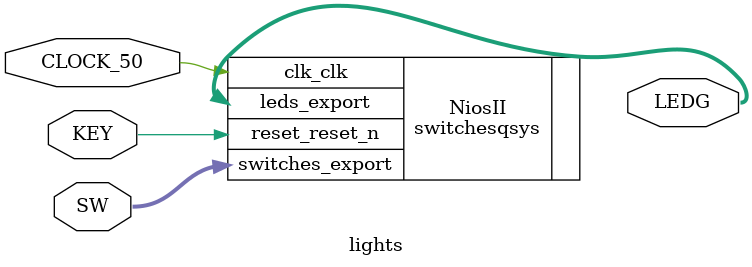
<source format=sv>
module lights (CLOCK_50, SW, KEY, LEDG);
input CLOCK_50;
input [7:0] SW;
input [0:0] KEY;
output [7:0] LEDG;
// Instantiate the Nios II system module generated by the Qsys tool:
switchesqsys NiosII (
.clk_clk(CLOCK_50),
.reset_reset_n(KEY),
.switches_export(SW),
.leds_export(LEDG));
endmodule


//switchesqsys u0 (
//        .clk_clk         (<connected-to-clk_clk>),         //      clk.clk
//        .reset_reset_n   (<connected-to-reset_reset_n>),   //    reset.reset_n
//        .switches_export (<connected-to-switches_export>), // switches.export
//        .leds_export     (<connected-to-leds_export>)      //     leds.export
//    );

</source>
